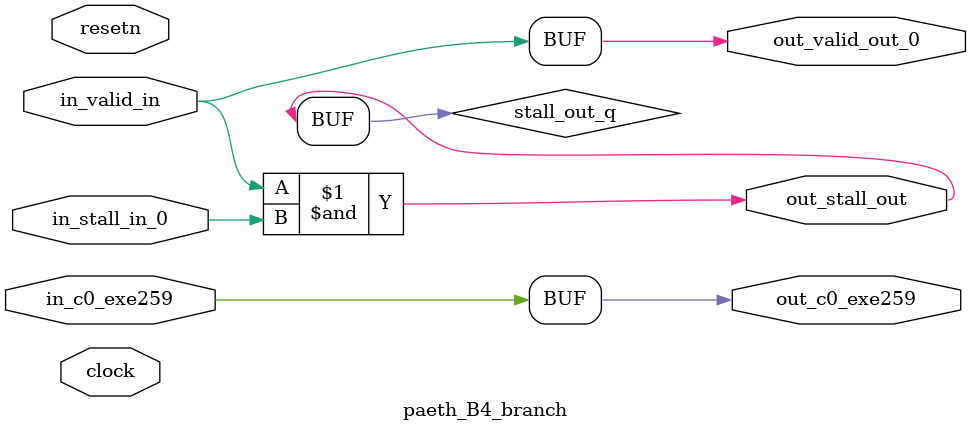
<source format=sv>



(* altera_attribute = "-name AUTO_SHIFT_REGISTER_RECOGNITION OFF; -name MESSAGE_DISABLE 10036; -name MESSAGE_DISABLE 10037; -name MESSAGE_DISABLE 14130; -name MESSAGE_DISABLE 14320; -name MESSAGE_DISABLE 15400; -name MESSAGE_DISABLE 14130; -name MESSAGE_DISABLE 10036; -name MESSAGE_DISABLE 12020; -name MESSAGE_DISABLE 12030; -name MESSAGE_DISABLE 12010; -name MESSAGE_DISABLE 12110; -name MESSAGE_DISABLE 14320; -name MESSAGE_DISABLE 13410; -name MESSAGE_DISABLE 113007; -name MESSAGE_DISABLE 10958" *)
module paeth_B4_branch (
    input wire [0:0] in_c0_exe259,
    input wire [0:0] in_stall_in_0,
    input wire [0:0] in_valid_in,
    output wire [0:0] out_c0_exe259,
    output wire [0:0] out_stall_out,
    output wire [0:0] out_valid_out_0,
    input wire clock,
    input wire resetn
    );

    wire [0:0] stall_out_q;


    // out_c0_exe259(GPOUT,5)
    assign out_c0_exe259 = in_c0_exe259;

    // stall_out(LOGICAL,8)
    assign stall_out_q = in_valid_in & in_stall_in_0;

    // out_stall_out(GPOUT,6)
    assign out_stall_out = stall_out_q;

    // out_valid_out_0(GPOUT,7)
    assign out_valid_out_0 = in_valid_in;

endmodule

</source>
